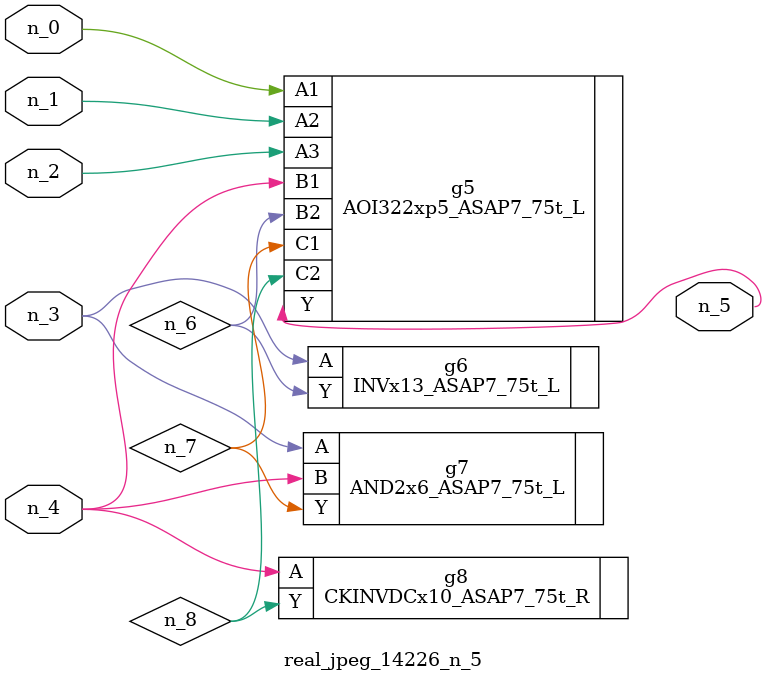
<source format=v>
module real_jpeg_14226_n_5 (n_4, n_0, n_1, n_2, n_3, n_5);

input n_4;
input n_0;
input n_1;
input n_2;
input n_3;

output n_5;

wire n_8;
wire n_6;
wire n_7;

AOI322xp5_ASAP7_75t_L g5 ( 
.A1(n_0),
.A2(n_1),
.A3(n_2),
.B1(n_4),
.B2(n_6),
.C1(n_7),
.C2(n_8),
.Y(n_5)
);

INVx13_ASAP7_75t_L g6 ( 
.A(n_3),
.Y(n_6)
);

AND2x6_ASAP7_75t_L g7 ( 
.A(n_3),
.B(n_4),
.Y(n_7)
);

CKINVDCx10_ASAP7_75t_R g8 ( 
.A(n_4),
.Y(n_8)
);


endmodule
</source>
